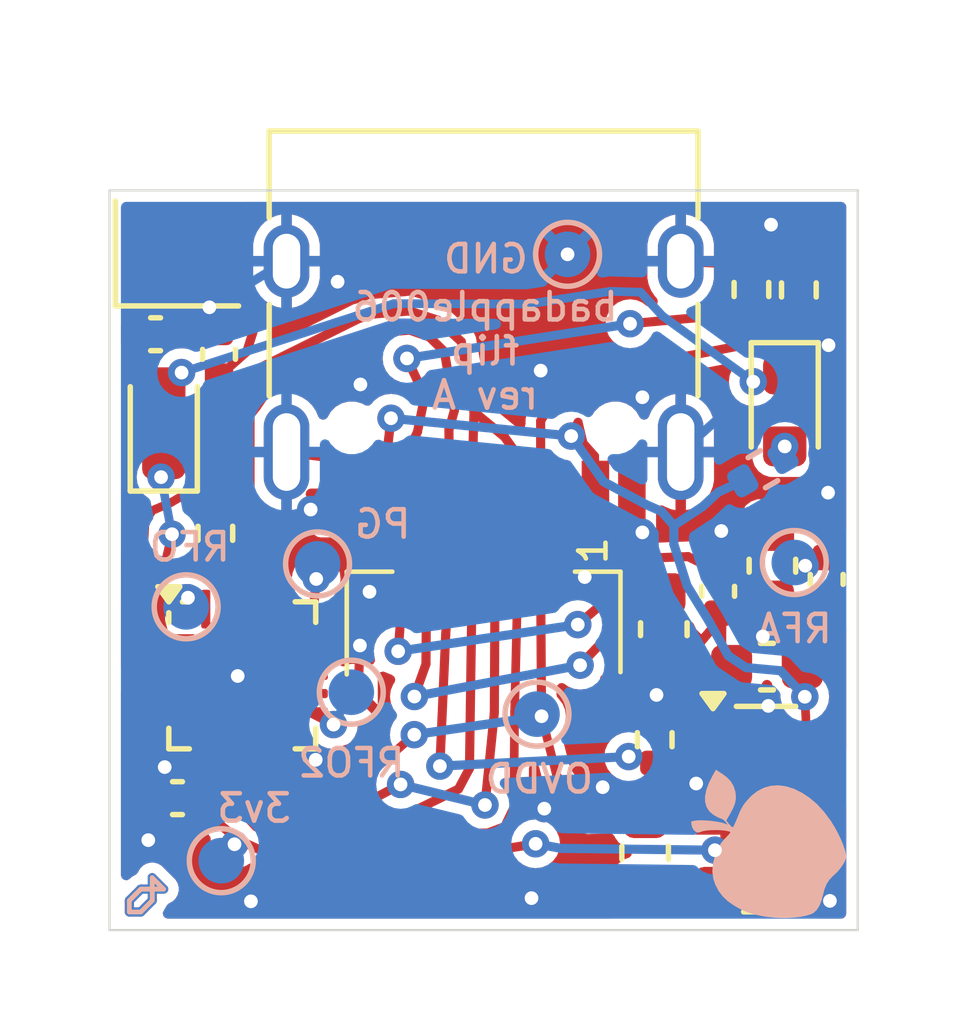
<source format=kicad_pcb>
(kicad_pcb (version 20240108) (generator "pcbnew") (generator_version "8.0")
  (layers (0 "F.Cu" signal) (31 "B.Cu" signal) (34 "B.Paste" user) (35 "F.Paste" user) (36 "B.SilkS" user "B.Silkscreen") (37 "F.SilkS" user "F.Silkscreen") (38 "B.Mask" user) (39 "F.Mask" user) (44 "Edge.Cuts" user))
  (net 0 "")
  (net 1 "Net-(J1-Pin_2)")
  (net 2 "GND")
  (net 3 "Net-(J1-Pin_1)")
  (net 4 "VDD")
  (net 5 "OVDD")
  (net 6 "RES")
  (net 7 "SCL")
  (net 8 "SDA")
  (net 9 "Net-(J1-Pin_3)")
  (net 10 "VBUS")
  (net 11 "Net-(J2-CC1)")
  (net 12 "D+")
  (net 13 "D-")
  (net 15 "Net-(J2-CC2)")
  (net 17 "DPU")
  (net 18 "Net-(D1-A)")
  (net 20 "RFO2")
  (net 23 "Net-(U1-PA2{slash}T1{slash}T2{slash}U2TX_{slash}OPP0{slash}X0A0)")
  (net 24 "Net-(U1-PA1{slash}T1{slash}T2{slash}OPN0{slash}XI{slash}A1)")
  (net 25 "SWIO")
  (net 26 "RFO")
  (net 27 "Net-(J7-Pin_1)")
  (net 28 "REDCOLOR")
  (net 29 "Net-(D2-A)")
  (footprint "Package_TO_SOT_SMD:SOT-23" (layer "F.Cu") (at 84.39 92.86)
    (property "Reference" "U2" (hide yes))
    (property "Value" "XC6206P332")
    (pad "1" smd roundrect (at -0.9375 -0.95) (size 1.475 0.6) (layers "F.Cu" "F.Paste" "F.Mask") (net 2 "GND"))
    (pad "2" smd roundrect (at -0.9375 0.95) (size 1.475 0.6) (layers "F.Cu" "F.Paste" "F.Mask") (net 4 "VDD"))
    (pad "3" smd roundrect (at 0.9375 0) (size 1.475 0.6) (layers "F.Cu" "F.Paste" "F.Mask") (net 10 "VBUS"))
  )
  (footprint "Crystal:Crystal_SMD_2016-4Pin_2.0x1.6mm" (layer "F.Cu") (at 71.48 81.38)
    (property "Reference" "Y1" (hide yes))
    (property "Value" "24MHz")
    (pad "1" smd rect (at -0.7 0.55) (size 0.9 0.8) (layers "F.Cu" "F.Paste" "F.Mask") (net 23 "Net-(U1-PA2{slash}T1{slash}T2{slash}U2TX_{slash}OPP0{slash}X0A0)"))
    (pad "2" smd rect (at 0.7 0.55) (size 0.9 0.8) (layers "F.Cu" "F.Paste" "F.Mask") (net 2 "GND"))
    (pad "3" smd rect (at 0.7 -0.55) (size 0.9 0.8) (layers "F.Cu" "F.Paste" "F.Mask") (net 24 "Net-(U1-PA1{slash}T1{slash}T2{slash}OPN0{slash}XI{slash}A1)"))
    (pad "4" smd rect (at -0.7 -0.55) (size 0.9 0.8) (layers "F.Cu" "F.Paste" "F.Mask") (net 2 "GND"))
  )
  (footprint "Resistor_SMD:R_0402_1005Metric" (layer "F.Cu") (at 72.32 87.51 90)
    (property "Reference" "R4" (hide yes))
    (property "Value" "1.5k")
    (pad "1" smd roundrect (at -0.51 0 90) (size 0.54 0.64) (layers "F.Cu" "F.Paste" "F.Mask") (net 17 "DPU"))
    (pad "2" smd roundrect (at 0.51 0 90) (size 0.54 0.64) (layers "F.Cu" "F.Paste" "F.Mask") (net 13 "D-"))
  )
  (footprint "Capacitor_SMD:C_0402_1005Metric" (layer "F.Cu") (at 85.72 88.52 -90)
    (property "Reference" "C8" (hide yes))
    (property "Value" "100n")
    (pad "1" smd roundrect (at -0.48 0 270) (size 0.56 0.62) (layers "F.Cu" "F.Paste" "F.Mask") (net 27 "Net-(J7-Pin_1)"))
    (pad "2" smd roundrect (at 0.48 0 270) (size 0.56 0.62) (layers "F.Cu" "F.Paste" "F.Mask") (net 2 "GND"))
  )
  (footprint "LED_SMD:LED_0603_1608Metric" (layer "F.Cu") (at 71.19 85.100001 90)
    (property "Reference" "D1" (hide yes))
    (property "Value" "LED")
    (pad "1" smd roundrect (at -0.7875 0 90) (size 0.875 0.95) (layers "F.Cu" "F.Paste" "F.Mask") (net 28 "REDCOLOR"))
    (pad "2" smd roundrect (at 0.7875 0 90) (size 0.875 0.95) (layers "F.Cu" "F.Paste" "F.Mask") (net 18 "Net-(D1-A)"))
  )
  (footprint "Capacitor_SMD:C_0603_1608Metric" (layer "F.Cu") (at 84.41 90.43 180)
    (property "Reference" "C6" (hide yes))
    (property "Value" "2.2u16v")
    (pad "1" smd roundrect (at -0.775 0 180) (size 0.9 0.95) (layers "F.Cu" "F.Paste" "F.Mask") (net 10 "VBUS"))
    (pad "2" smd roundrect (at 0.775 0 180) (size 0.9 0.95) (layers "F.Cu" "F.Paste" "F.Mask") (net 2 "GND"))
  )
  (footprint "Resistor_SMD:R_0402_1005Metric" (layer "F.Cu") (at 81.95 92.03 90)
    (property "Reference" "R1" (hide yes))
    (property "Value" "390k")
    (pad "1" smd roundrect (at -0.51 0 90) (size 0.54 0.64) (layers "F.Cu" "F.Paste" "F.Mask") (net 9 "Net-(J1-Pin_3)"))
    (pad "2" smd roundrect (at 0.51 0 90) (size 0.54 0.64) (layers "F.Cu" "F.Paste" "F.Mask") (net 2 "GND"))
  )
  (footprint "Capacitor_SMD:C_0402_1005Metric" (layer "F.Cu") (at 83.34 88.78 -90)
    (property "Reference" "C3" (hide yes))
    (property "Value" "100n")
    (pad "1" smd roundrect (at -0.48 0 270) (size 0.56 0.62) (layers "F.Cu" "F.Paste" "F.Mask") (net 3 "Net-(J1-Pin_1)"))
    (pad "2" smd roundrect (at 0.48 0 270) (size 0.56 0.62) (layers "F.Cu" "F.Paste" "F.Mask") (net 2 "GND"))
  )
  (footprint "LED_SMD:LED_0603_1608Metric" (layer "F.Cu") (at 84.8 84.82 -90)
    (property "Reference" "D2" (hide yes))
    (property "Value" "LED")
    (pad "1" smd roundrect (at -0.7875 0 270) (size 0.875 0.95) (layers "F.Cu" "F.Paste" "F.Mask") (net 18 "Net-(D1-A)"))
    (pad "2" smd roundrect (at 0.7875 0 270) (size 0.875 0.95) (layers "F.Cu" "F.Paste" "F.Mask") (net 29 "Net-(D2-A)"))
  )
  (footprint "fpc:AFC42-S08FMA-1H" (layer "F.Cu") (at 78.2 88.5)
    (property "Reference" "J1" (hide yes))
    (property "Value" "OLED")
    (pad "1" smd roundrect (at -1.75 0 180) (size 0.3 0.8) (layers "F.Cu" "F.Paste" "F.Mask") (net 3 "Net-(J1-Pin_1)"))
    (pad "2" smd roundrect (at -1.25 0 180) (size 0.3 0.8) (layers "F.Cu" "F.Paste" "F.Mask") (net 1 "Net-(J1-Pin_2)"))
    (pad "3" smd roundrect (at -0.75 0 180) (size 0.3 0.8) (layers "F.Cu" "F.Paste" "F.Mask") (net 9 "Net-(J1-Pin_3)"))
    (pad "4" smd roundrect (at -0.25 0 180) (size 0.3 0.8) (layers "F.Cu" "F.Paste" "F.Mask") (net 8 "SDA"))
    (pad "5" smd roundrect (at 0.25 0 180) (size 0.3 0.8) (layers "F.Cu" "F.Paste" "F.Mask") (net 7 "SCL"))
    (pad "6" smd roundrect (at 0.75 0 180) (size 0.3 0.8) (layers "F.Cu" "F.Paste" "F.Mask") (net 6 "RES"))
    (pad "7" smd roundrect (at 1.25 0 180) (size 0.3 0.8) (layers "F.Cu" "F.Paste" "F.Mask") (net 5 "OVDD"))
    (pad "8" smd roundrect (at 1.75 0 180) (size 0.3 0.8) (layers "F.Cu" "F.Paste" "F.Mask") (net 2 "GND"))
    (pad "9" smd roundrect (at -2.75 2.5 180) (size 0.4 0.8) (layers "F.Cu" "F.Paste" "F.Mask") (net 2 "GND"))
    (pad "10" smd roundrect (at 2.75 2.5 180) (size 0.4 0.8) (layers "F.Cu" "F.Paste" "F.Mask") (net 2 "GND"))
  )
  (footprint "Capacitor_SMD:C_0402_1005Metric" (layer "F.Cu") (at 72.4 83.59 -90)
    (property "Reference" "C10" (hide yes))
    (property "Value" "2.2p")
    (pad "1" smd roundrect (at -0.48 0 270) (size 0.56 0.62) (layers "F.Cu" "F.Paste" "F.Mask") (net 2 "GND"))
    (pad "2" smd roundrect (at 0.48 0 270) (size 0.56 0.62) (layers "F.Cu" "F.Paste" "F.Mask") (net 24 "Net-(U1-PA1{slash}T1{slash}T2{slash}OPN0{slash}XI{slash}A1)"))
  )
  (footprint "Capacitor_SMD:C_0603_1608Metric" (layer "F.Cu") (at 84.04 95.29)
    (property "Reference" "C4" (hide yes))
    (property "Value" "2.2u16v")
    (pad "1" smd roundrect (at -0.775 0) (size 0.9 0.95) (layers "F.Cu" "F.Paste" "F.Mask") (net 4 "VDD"))
    (pad "2" smd roundrect (at 0.775 0) (size 0.9 0.95) (layers "F.Cu" "F.Paste" "F.Mask") (net 2 "GND"))
  )
  (footprint "Capacitor_SMD:C_0402_1005Metric" (layer "F.Cu") (at 71.49 93.31 180)
    (property "Reference" "C7" (hide yes))
    (property "Value" "100n" (hide yes))
    (pad "1" smd roundrect (at -0.48 0 180) (size 0.56 0.62) (layers "F.Cu" "F.Paste" "F.Mask") (net 4 "VDD"))
    (pad "2" smd roundrect (at 0.48 0 180) (size 0.56 0.62) (layers "F.Cu" "F.Paste" "F.Mask") (net 2 "GND"))
  )
  (footprint "Connector_USB:USB_C_Receptacle_HRO_TYPE-C-31-M-12" (layer "F.Cu") (at 78.2 82.6 180)
    (property "Reference" "J2" (hide yes))
    (property "Value" "USB_C_Receptacle_USB2.0")
    (pad "" np_thru_hole circle (at -2.89 -2.6 180) (size 0.65 0.65) (drill 0.65) (layers "*.Cu" "*.Mask"))
    (pad "" np_thru_hole circle (at 2.89 -2.6 180) (size 0.65 0.65) (drill 0.65) (layers "*.Cu" "*.Mask"))
    (pad "A1" smd rect (at -3.25 -4.045 180) (size 0.6 1.45) (layers "F.Cu" "F.Paste" "F.Mask") (net 2 "GND"))
    (pad "A4" smd rect (at -2.45 -4.045 180) (size 0.6 1.45) (layers "F.Cu" "F.Paste" "F.Mask") (net 10 "VBUS"))
    (pad "A5" smd rect (at -1.25 -4.045 180) (size 0.3 1.45) (layers "F.Cu" "F.Paste" "F.Mask") (net 11 "Net-(J2-CC1)"))
    (pad "A6" smd rect (at -0.25 -4.045 180) (size 0.3 1.45) (layers "F.Cu" "F.Paste" "F.Mask") (net 12 "D+"))
    (pad "A7" smd rect (at 0.25 -4.045 180) (size 0.3 1.45) (layers "F.Cu" "F.Paste" "F.Mask") (net 13 "D-"))
    (pad "A8" smd rect (at 1.25 -4.045 180) (size 0.3 1.45) (layers "F.Cu" "F.Paste" "F.Mask"))
    (pad "A9" smd rect (at 2.45 -4.045 180) (size 0.6 1.45) (layers "F.Cu" "F.Paste" "F.Mask") (net 10 "VBUS"))
    (pad "A12" smd rect (at 3.25 -4.045 180) (size 0.6 1.45) (layers "F.Cu" "F.Paste" "F.Mask") (net 2 "GND"))
    (pad "B1" smd rect (at 3.25 -4.045 180) (size 0.6 1.45) (layers "F.Cu" "F.Paste" "F.Mask") (net 2 "GND"))
    (pad "B4" smd rect (at 2.45 -4.045 180) (size 0.6 1.45) (layers "F.Cu" "F.Paste" "F.Mask") (net 10 "VBUS"))
    (pad "B5" smd rect (at 1.75 -4.045 180) (size 0.3 1.45) (layers "F.Cu" "F.Paste" "F.Mask") (net 15 "Net-(J2-CC2)"))
    (pad "B6" smd rect (at 0.75 -4.045 180) (size 0.3 1.45) (layers "F.Cu" "F.Paste" "F.Mask") (net 12 "D+"))
    (pad "B7" smd rect (at -0.75 -4.045 180) (size 0.3 1.45) (layers "F.Cu" "F.Paste" "F.Mask") (net 13 "D-"))
    (pad "B8" smd rect (at -1.75 -4.045 180) (size 0.3 1.45) (layers "F.Cu" "F.Paste" "F.Mask"))
    (pad "B9" smd rect (at -2.45 -4.045 180) (size 0.6 1.45) (layers "F.Cu" "F.Paste" "F.Mask") (net 10 "VBUS"))
    (pad "B12" smd rect (at -3.25 -4.045 180) (size 0.6 1.45) (layers "F.Cu" "F.Paste" "F.Mask") (net 2 "GND"))
    (pad "S1" thru_hole oval (at -4.32 -3.13 180) (size 1 2.1) (drill oval 0.6 1.7) (layers "*.Cu" "*.Mask") (net 2 "GND"))
    (pad "S1" thru_hole oval (at -4.32 1.05 180) (size 1 1.6) (drill oval 0.6 1.2) (layers "*.Cu" "*.Mask") (net 2 "GND"))
    (pad "S1" thru_hole oval (at 4.32 -3.13 180) (size 1 2.1) (drill oval 0.6 1.7) (layers "*.Cu" "*.Mask") (net 2 "GND"))
    (pad "S1" thru_hole oval (at 4.32 1.05 180) (size 1 1.6) (drill oval 0.6 1.2) (layers "*.Cu" "*.Mask") (net 2 "GND"))
  )
  (footprint "Capacitor_SMD:C_0603_1608Metric" (layer "F.Cu") (at 82.15 89.61 -90)
    (property "Reference" "C1" (hide yes))
    (property "Value" "2.2u16v")
    (pad "1" smd roundrect (at -0.775 0 270) (size 0.9 0.95) (layers "F.Cu" "F.Paste" "F.Mask") (net 1 "Net-(J1-Pin_2)"))
    (pad "2" smd roundrect (at 0.775 0 270) (size 0.9 0.95) (layers "F.Cu" "F.Paste" "F.Mask") (net 2 "GND"))
  )
  (footprint "Resistor_SMD:R_0402_1005Metric" (layer "F.Cu") (at 85.11 82.18 90)
    (property "Reference" "R2" (hide yes))
    (property "Value" "5.1k")
    (pad "1" smd roundrect (at -0.51 0 90) (size 0.54 0.64) (layers "F.Cu" "F.Paste" "F.Mask") (net 11 "Net-(J2-CC1)"))
    (pad "2" smd roundrect (at 0.51 0 90) (size 0.54 0.64) (layers "F.Cu" "F.Paste" "F.Mask") (net 2 "GND"))
  )
  (footprint "Capacitor_SMD:C_0603_1608Metric" (layer "F.Cu") (at 84.53 88.22 -90)
    (property "Reference" "C2" (hide yes))
    (property "Value" "2.2u16v")
    (pad "1" smd roundrect (at -0.775 0 270) (size 0.9 0.95) (layers "F.Cu" "F.Paste" "F.Mask") (net 3 "Net-(J1-Pin_1)"))
    (pad "2" smd roundrect (at 0.775 0 270) (size 0.9 0.95) (layers "F.Cu" "F.Paste" "F.Mask") (net 2 "GND"))
  )
  (footprint "Resistor_SMD:R_0402_1005Metric" (layer "F.Cu") (at 84.07 82.17 90)
    (property "Reference" "R3" (hide yes))
    (property "Value" "5.1k")
    (pad "1" smd roundrect (at -0.51 0 90) (size 0.54 0.64) (layers "F.Cu" "F.Paste" "F.Mask") (net 15 "Net-(J2-CC2)"))
    (pad "2" smd roundrect (at 0.51 0 90) (size 0.54 0.64) (layers "F.Cu" "F.Paste" "F.Mask") (net 2 "GND"))
  )
  (footprint "Package_DFN_QFN:QFN-20-1EP_3x3mm_P0.4mm_EP1.65x1.65mm" (layer "F.Cu") (at 72.91 90.62)
    (property "Reference" "U1" (hide yes))
    (property "Value" "CH32V006F8U6" (hide yes))
    (pad "1" smd roundrect (at -1.45 -0.8) (size 0.85 0.2) (layers "F.Cu" "F.Paste" "F.Mask") (net 28 "REDCOLOR"))
    (pad "2" smd roundrect (at -1.45 -0.4) (size 0.85 0.2) (layers "F.Cu" "F.Paste" "F.Mask") (net 24 "Net-(U1-PA1{slash}T1{slash}T2{slash}OPN0{slash}XI{slash}A1)"))
    (pad "3" smd roundrect (at -1.45 0) (size 0.85 0.2) (layers "F.Cu" "F.Paste" "F.Mask") (net 23 "Net-(U1-PA2{slash}T1{slash}T2{slash}U2TX_{slash}OPP0{slash}X0A0)"))
    (pad "4" smd roundrect (at -1.45 0.4) (size 0.85 0.2) (layers "F.Cu" "F.Paste" "F.Mask") (net 2 "GND"))
    (pad "5" smd roundrect (at -1.45 0.8) (size 0.85 0.2) (layers "F.Cu" "F.Paste" "F.Mask"))
    (pad "6" smd roundrect (at -0.8 1.45) (size 0.2 0.85) (layers "F.Cu" "F.Paste" "F.Mask") (net 4 "VDD"))
    (pad "7" smd roundrect (at -0.4 1.45) (size 0.2 0.85) (layers "F.Cu" "F.Paste" "F.Mask") (net 6 "RES"))
    (pad "8" smd roundrect (at 0 1.45) (size 0.2 0.85) (layers "F.Cu" "F.Paste" "F.Mask") (net 8 "SDA"))
    (pad "9" smd roundrect (at 0.4 1.45) (size 0.2 0.85) (layers "F.Cu" "F.Paste" "F.Mask") (net 7 "SCL"))
    (pad "10" smd roundrect (at 0.8 1.45) (size 0.2 0.85) (layers "F.Cu" "F.Paste" "F.Mask") (net 5 "OVDD"))
    (pad "11" smd roundrect (at 1.45 0.8) (size 0.85 0.2) (layers "F.Cu" "F.Paste" "F.Mask") (net 20 "RFO2"))
    (pad "12" smd roundrect (at 1.45 0.4) (size 0.85 0.2) (layers "F.Cu" "F.Paste" "F.Mask") (net 20 "RFO2"))
    (pad "13" smd roundrect (at 1.45 0) (size 0.85 0.2) (layers "F.Cu" "F.Paste" "F.Mask") (net 20 "RFO2"))
    (pad "14" smd roundrect (at 1.45 -0.4) (size 0.85 0.2) (layers "F.Cu" "F.Paste" "F.Mask"))
    (pad "15" smd roundrect (at 1.45 -0.8) (size 0.85 0.2) (layers "F.Cu" "F.Paste" "F.Mask") (net 25 "SWIO"))
    (pad "16" smd roundrect (at 0.8 -1.45) (size 0.2 0.85) (layers "F.Cu" "F.Paste" "F.Mask"))
    (pad "17" smd roundrect (at 0.4 -1.45) (size 0.2 0.85) (layers "F.Cu" "F.Paste" "F.Mask") (net 12 "D+"))
    (pad "18" smd roundrect (at 0 -1.45) (size 0.2 0.85) (layers "F.Cu" "F.Paste" "F.Mask") (net 13 "D-"))
    (pad "19" smd roundrect (at -0.4 -1.45) (size 0.2 0.85) (layers "F.Cu" "F.Paste" "F.Mask") (net 17 "DPU"))
    (pad "20" smd roundrect (at -0.8 -1.45) (size 0.2 0.85) (layers "F.Cu" "F.Paste" "F.Mask") (net 26 "RFO"))
    (pad "21" smd rect (at 0 0) (size 1.65 1.65) (property pad_prop_heatsink) (layers "F.Cu" "F.Mask") (net 2 "GND"))
  )
  (footprint "Capacitor_SMD:C_0402_1005Metric" (layer "F.Cu") (at 71.01 83.15 180)
    (property "Reference" "C9" (hide yes))
    (property "Value" "2.2p")
    (pad "1" smd roundrect (at -0.48 0 180) (size 0.56 0.62) (layers "F.Cu" "F.Paste" "F.Mask") (net 2 "GND"))
    (pad "2" smd roundrect (at 0.48 0 180) (size 0.56 0.62) (layers "F.Cu" "F.Paste" "F.Mask") (net 23 "Net-(U1-PA2{slash}T1{slash}T2{slash}U2TX_{slash}OPP0{slash}X0A0)"))
  )
  (footprint "Capacitor_SMD:C_0603_1608Metric" (layer "F.Cu") (at 81.74 94.51 -90)
    (property "Reference" "C5" (hide yes))
    (property "Value" "2.2u16v")
    (pad "1" smd roundrect (at -0.775 0 270) (size 0.9 0.95) (layers "F.Cu" "F.Paste" "F.Mask") (net 5 "OVDD"))
    (pad "2" smd roundrect (at 0.775 0 270) (size 0.9 0.95) (layers "F.Cu" "F.Paste" "F.Mask") (net 2 "GND"))
  )
  (footprint "TestPoint:TestPoint_Pad_D1.0mm" (layer "B.Cu") (at 74.56 88.18 180)
    (property "Reference" "J3" (hide yes))
    (property "Value" "PG" (at -1.43 0.87 0) (layer "B.SilkS") (effects (font (size 0.6 0.6) (thickness 0.1) (bold yes)) (justify mirror)))
    (pad "1" smd circle (at 0 0 180) (size 1 1) (layers "B.Cu" "B.Mask") (net 25 "SWIO"))
  )
  (footprint "TestPoint:TestPoint_Pad_D1.0mm" (layer "B.Cu") (at 71.68 89.12 180)
    (property "Reference" "J6" (hide yes))
    (property "Value" "RFO" (at -0.08 1.31 0) (layer "B.SilkS") (effects (font (size 0.6 0.6) (thickness 0.1) (bold yes)) (justify mirror)))
    (pad "1" smd circle (at 0 0 180) (size 1 1) (layers "B.Cu" "B.Mask") (net 26 "RFO"))
  )
  (footprint "Resistor_SMD:R_0402_1005Metric" (layer "B.Cu") (at 84.321673 86.105 30)
    (property "Reference" "R5" (hide yes))
    (property "Value" "J" (hide yes))
    (pad "1" smd roundrect (at -0.51 0 30) (size 0.54 0.64) (layers "B.Cu" "B.Paste" "B.Mask") (net 10 "VBUS"))
    (pad "2" smd roundrect (at 0.51 0 30) (size 0.54 0.64) (layers "B.Cu" "B.Paste" "B.Mask") (net 29 "Net-(D2-A)"))
  )
  (footprint "TestPoint:TestPoint_Pad_D1.0mm" (layer "B.Cu") (at 72.45 94.68 180)
    (property "Reference" "J4" (hide yes))
    (property "Value" "3v3" (at -0.72 1.15 0) (layer "B.SilkS") (effects (font (size 0.6 0.6) (thickness 0.1) (bold yes)) (justify mirror)))
    (pad "1" smd circle (at 0 0 180) (size 1 1) (layers "B.Cu" "B.Mask") (net 4 "VDD"))
  )
  (footprint "TestPoint:TestPoint_Pad_D1.0mm" (layer "B.Cu") (at 85.01 88.15 180)
    (property "Reference" "J7" (hide yes))
    (property "Value" "RFA" (at 0 -1.45 0) (layer "B.SilkS") (effects (font (size 0.6 0.6) (thickness 0.1) (bold yes)) (justify mirror)))
    (pad "1" smd circle (at 0 0 180) (size 1 1) (layers "B.Cu" "B.Mask") (net 27 "Net-(J7-Pin_1)"))
  )
  (footprint "TestPoint:TestPoint_Pad_D1.0mm" (layer "B.Cu") (at 75.3 90.99 180)
    (property "Reference" "J9" (hide yes))
    (property "Value" "RFO2" (at 0 -1.55 0) (layer "B.SilkS") (effects (font (size 0.6 0.6) (thickness 0.1) (bold yes)) (justify mirror)))
    (pad "1" smd circle (at 0 0 180) (size 1 1) (layers "B.Cu" "B.Mask") (net 20 "RFO2"))
  )
  (footprint "TestPoint:TestPoint_Pad_D1.0mm" (layer "B.Cu") (at 80.04 81.4 180)
    (property "Reference" "J5" (hide yes))
    (property "Value" "GND" (at 1.79 -0.1 180) (layer "B.SilkS") (effects (font (size 0.6 0.6) (thickness 0.1) (bold yes)) (justify mirror)))
    (pad "1" smd circle (at 0 0 180) (size 1 1) (layers "B.Cu" "B.Mask") (net 2 "GND"))
  )
  (footprint "artwork:apple" (layer "B.Cu") (at 84.32004 94.362102 -120)
    (property "Reference" "J8" (hide yes))
    (property "Value" "APPLE" (hide yes))
  )
  (footprint "TestPoint:TestPoint_Pad_D1.0mm" (layer "B.Cu") (at 79.37 91.47 180)
    (property "Reference" "J10" (hide yes))
    (property "Value" "OVDD" (at -0.05 -1.42 0) (layer "B.SilkS") (effects (font (size 0.6 0.6) (thickness 0.1) (bold yes)) (justify mirror)))
    (pad "1" smd circle (at 0 0 180) (size 1 1) (layers "B.Cu" "B.Mask") (net 5 "OVDD"))
  )
  (gr_line (start 70.686199 95.3028) (end 70.436199 95.5528) (stroke (width 0.1)) (layer "B.SilkS"))
  (gr_line (start 70.936199 95.5528) (end 70.936199 95.0528) (stroke (width 0.1)) (layer "B.SilkS"))
  (gr_line (start 70.936199 95.0528) (end 71.186199 95.3028) (stroke (width 0.1)) (layer "B.SilkS"))
  (gr_line (start 70.686199 95.8028) (end 70.936199 95.5528) (stroke (width 0.1)) (layer "B.SilkS"))
  (gr_line (start 70.436199 95.8028) (end 70.686199 95.8028) (stroke (width 0.1)) (layer "B.SilkS"))
  (gr_line (start 71.186199 95.3028) (end 70.686199 95.3028) (stroke (width 0.1)) (layer "B.SilkS"))
  (gr_line (start 70.436199 95.5528) (end 70.436199 95.8028) (stroke (width 0.1)) (layer "B.SilkS"))
  (gr_line (start 71.186199 95.3028) (end 70.686199 95.3028) (stroke (width 0.1)) (layer "F.SilkS"))
  (gr_line (start 70.936199 95.0528) (end 71.186199 95.3028) (stroke (width 0.1)) (layer "F.SilkS"))
  (gr_line (start 70.686199 95.8028) (end 70.936199 95.5528) (stroke (width 0.1)) (layer "F.SilkS"))
  (gr_line (start 70.436199 95.8028) (end 70.686199 95.8028) (stroke (width 0.1)) (layer "F.SilkS"))
  (gr_line (start 70.936199 95.5528) (end 70.936199 95.0528) (stroke (width 0.1)) (layer "F.SilkS"))
  (gr_line (start 70.686199 95.3028) (end 70.436199 95.5528) (stroke (width 0.1)) (layer "F.SilkS"))
  (gr_line (start 70.436199 95.5528) (end 70.436199 95.8028) (stroke (width 0.1)) (layer "F.SilkS"))
  (gr_line (start 86.4 80) (end 86.4 96.2) (stroke (width 0.05)) (layer "Edge.Cuts"))
  (gr_line (start 70 96.2) (end 70 80) (stroke (width 0.05)) (layer "Edge.Cuts"))
  (gr_line (start 70 80) (end 86.4 80) (stroke (width 0.05)) (layer "Edge.Cuts"))
  (gr_line (start 86.4 96.2) (end 70 96.2) (stroke (width 0.05)) (layer "Edge.Cuts"))
  (gr_text "badapple006\nflip\nrev A" (at 78.232 84.836 0) (layer "B.SilkS") (effects (font (size 0.6 0.6) (thickness 0.1)) (justify bottom mirror)))
  (gr_text "1" (at 80.9498 88.2396 90) (layer "F.SilkS") (effects (font (size 0.6 0.6) (thickness 0.1) (bold yes)) (justify left bottom)))
  (segment (start 70.936198 95.552801) (end 70.936199 95.0528) (width 0.2) (layer "F.Cu") (net 0))
  (segment (start 70.686198 95.802799) (end 70.936198 95.552801) (width 0.2) (layer "F.Cu") (net 0))
  (segment (start 70.436201 95.8028) (end 70.4362 95.552799) (width 0.2) (layer "F.Cu") (net 0))
  (segment (start 70.436201 95.8028) (end 70.686198 95.802799) (width 0.2) (layer "F.Cu") (net 0))
  (segment (start 70.936199 95.0528) (end 71.186199 95.3028) (width 0.2) (layer "F.Cu") (net 0))
  (segment (start 71.186199 95.3028) (end 70.6862 95.302801) (width 0.2) (layer "F.Cu") (net 0))
  (segment (start 70.6862 95.302801) (end 70.4362 95.552799) (width 0.2) (layer "F.Cu") (net 0))
  (segment (start 70.686199 95.3028) (end 71.186199 95.3028) (width 0.2) (layer "B.Cu") (net 0))
  (segment (start 70.436199 95.8028) (end 70.686199 95.8028) (width 0.2) (layer "B.Cu") (net 0))
  (segment (start 70.436199 95.8028) (end 70.436199 95.5528) (width 0.2) (layer "B.Cu") (net 0))
  (segment (start 71.186199 95.3028) (end 70.936199 95.0528) (width 0.2) (layer "B.Cu") (net 0))
  (segment (start 70.436199 95.5528) (end 70.686199 95.3028) (width 0.2) (layer "B.Cu") (net 0))
  (segment (start 70.936199 95.5528) (end 70.686199 95.8028) (width 0.2) (layer "B.Cu") (net 0))
  (segment (start 70.936199 95.0528) (end 70.936199 95.5528) (width 0.2) (layer "B.Cu") (net 0))
  (segment (start 81.99 88.7) (end 80.8228 89.8652) (width 0.2) (layer "F.Cu") (net 1))
  (segment (start 80.8228 89.8652) (end 80.3148 90.3986) (width 0.2) (layer "F.Cu") (net 1))
  (segment (start 76.9366 90.3732) (end 76.6826 91.0844) (width 0.2) (layer "F.Cu") (net 1))
  (segment (start 76.9366 90.3732) (end 76.95 88.5) (width 0.2) (layer "F.Cu") (net 1))
  (via (at 80.3148 90.3986) (size 0.6) (drill 0.3) (layers "F.Cu" "B.Cu") (net 1))
  (via (at 76.6826 91.0844) (size 0.6) (drill 0.3) (layers "F.Cu" "B.Cu") (net 1))
  (segment (start 80.3148 90.3986) (end 76.6826 91.0844) (width 0.2) (layer "B.Cu") (net 1))
  (segment (start 83.42 89.34) (end 83.415 90.6) (width 0.2) (layer "F.Cu") (net 2))
  (segment (start 84.125 92.83) (end 83.47 91.84) (width 0.2) (layer "F.Cu") (net 2))
  (segment (start 71.56 81.51) (end 72.18 81.93) (width 0.19) (layer "F.Cu") (net 2))
  (segment (start 84.495 95.07) (end 84.57 93.71) (width 0.2) (layer "F.Cu") (net 2))
  (segment (start 80.54 91.42) (end 80.58 92.45) (width 0.2) (layer "F.Cu") (net 2))
  (segment (start 81.45 86.645) (end 81.68 87.49) (width 0.2) (layer "F.Cu") (net 2))
  (segment (start 84.57 93.71) (end 84.47 93.38) (width 0.2) (layer "F.Cu") (net 2))
  (segment (start 84.16 93.01) (end 84.125 92.83) (width 0.2) (layer "F.Cu") (net 2))
  (segment (start 82.15 90.385) (end 80.95 91) (width 0.2) (layer "F.Cu") (net 2))
  (segment (start 75.56 92.11) (end 74.52 92.47) (width 0.19) (layer "F.Cu") (net 2))
  (segment (start 80.95 91) (end 81.95 91.52) (width 0.2) (layer "F.Cu") (net 2))
  (segment (start 72.15 82.17) (end 72.19 82.56) (width 0.2) (layer "F.Cu") (net 2))
  (segment (start 81.45 85.81) (end 81.64 85.72) (width 0.2) (layer "F.Cu") (net 2))
  (segment (start 81.45 86.645) (end 81.45 85.81) (width 0.2) (layer "F.Cu") (net 2))
  (segment (start 81.95 91.52) (end 83.47 91.84) (width 0.2) (layer "F.Cu") (net 2))
  (segment (start 75.45 91) (end 75.4888 89.9668) (width 0.2) (layer "F.Cu") (net 2))
  (segment (start 84.319999 81.65) (end 82.52 81.55) (width 0.2) (layer "F.Cu") (net 2))
  (segment (start 71.44 91.025) (end 72.49 91.025) (width 0.2) (layer "F.Cu") (net 2))
  (segment (start 81.64 85.72) (end 82.52 85.73) (width 0.2) (layer "F.Cu") (net 2))
  (segment (start 80.58 92.45) (end 80.81 93.07) (width 0.2) (layer "F.Cu") (net 2))
  (segment (start 80.95 91) (end 80.54 91.42) (width 0.2) (layer "F.Cu") (net 2))
  (segment (start 74.79 85.85) (end 73.88 85.73) (width 0.2) (layer "F.Cu") (net 2))
  (segment (start 83.415 90.6) (end 84.32 89.77) (width 0.2) (layer "F.Cu") (net 2))
  (segment (start 81.99 91.05) (end 82.15 90.385) (width 0.2) (layer "F.Cu") (net 2))
  (segment (start 71.21 92.63) (end 71.21 93.29) (width 0.2) (layer "F.Cu") (net 2))
  (segment (start 74.95 86.645) (end 74.79 85.85) (width 0.2) (layer "F.Cu") (net 2))
  (segment (start 81.99 91.05) (end 83.42 89.34) (width 0.2) (layer "F.Cu") (net 2))
  (segment (start 83.47 91.84) (end 83.415 90.6) (width 0.2) (layer "F.Cu") (net 2))
  (segment (start 75.4888 89.9668) (end 75.698848 88.791152) (width 0.2) (layer "F.Cu") (net 2))
  (segment (start 84.32 89.77) (end 84.35 89.065) (width 0.2) (layer "F.Cu") (net 2))
  (segment (start 84.47 93.38) (end 84.16 93.01) (width 0.2) (layer "F.Cu") (net 2))
  (segment (start 71.44 81.32) (end 71.56 81.51) (width 0.19) (layer "F.Cu") (net 2))
  (segment (start 85.51 81.68) (end 84.319999 81.65) (width 0.2) (layer "F.Cu") (net 2))
  (segment (start 70.78 80.83) (end 71.44 81.32) (width 0.19) (layer "F.Cu") (net 2))
  (via (at 71.21 92.63) (size 0.6) (drill 0.3) (layers "F.Cu" "B.Cu") (net 2))
  (via (at 84.44 91.29) (size 0.6) (drill 0.3) (layers "F.Cu" "B.Cu") (net 2))
  (via (at 74.52 92.47) (size 0.6) (drill 0.3) (layers "F.Cu" "B.Cu") (net 2))
  (via (at 79.53 93.54) (size 0.6) (drill 0.3) (layers "F.Cu" "B.Cu") (net 2))
  (via (at 79.25 95.5) (size 0.6) (drill 0.3) (layers "F.Cu" "B.Cu") (net 2))
  (via (at 81.99 91.05) (size 0.6) (drill 0.3) (layers "F.Cu" "B.Cu") (net 2))
  (via (at 84.5 80.75) (size 0.6) (drill 0.3) (layers "F.Cu" "B.Cu") (net 2))
  (via (at 85.75 86.62) (size 0.6) (drill 0.3) (layers "F.Cu" "B.Cu") (net 2))
  (via (at 80.04 81.4) (size 0.6) (drill 0.3) (layers "F.Cu" "B.Cu") (net 2))
  (via (at 70.85 94.23) (size 0.6) (drill 0.3) (layers "F.Cu" "B.Cu") (net 2))
  (via (at 81.68 84.53) (size 0.6) (drill 0.3) (layers "F.Cu" "B.Cu") (net 2))
  (via (at 75.5 84.25) (size 0.6) (drill 0.3) (layers "F.Cu" "B.Cu") (net 2))
  (via (at 73.1 95.57) (size 0.6) (drill 0.3) (layers "F.Cu" "B.Cu") (net 2))
  (via (at 80.81 93.07) (size 0.6) (drill 0.3) (layers "F.Cu" "B.Cu") (net 2))
  (via (at 83.41 87.46) (size 0.6) (drill 0.3) (layers "F.Cu" "B.Cu") (net 2))
  (via (at 74.41 86.99) (size 0.6) (drill 0.3) (layers "F.Cu" "B.Cu") (net 2))
  (via (at 75.698848 88.791152) (size 0.6) (drill 0.3) (layers "F.Cu" "B.Cu") (net 2))
  (via (at 84.32 89.77) (size 0.6) (drill 0.3) (layers "F.Cu" "B.Cu") (net 2))
  (via (at 85.79 95.56) (size 0.6) (drill 0.3) (layers "F.Cu" "B.Cu") (net 2))
  (via (at 80.4164 88.4682) (size 0.6) (drill 0.3) (layers "F.Cu" "B.Cu") (net 2))
  (via (at 72.81 90.635) (size 0.6) (drill 0.3) (layers "F.Cu" "B.Cu") (net 2))
  (via (at 75 82) (size 0.6) (drill 0.3) (layers "F.Cu" "B.Cu") (net 2))
  (via (at 79.4512 83.947) (size 0.6) (drill 0.3) (layers "F.Cu" "B.Cu") (net 2))
  (via (at 85.76 83.39) (size 0.6) (drill 0.3) (layers "F.Cu" "B.Cu") (net 2))
  (via (at 82.86 92.99) (size 0.6) (drill 0.3) (layers "F.Cu" "B.Cu") (net 2))
  (via (at 72.19 82.56) (size 0.6) (drill 0.3) (layers "F.Cu" "B.Cu") (net 2))
  (via (at 81.68 87.49) (size 0.6) (drill 0.3) (layers "F.Cu" "B.Cu") (net 2))
  (via (at 75.4888 89.9668) (size 0.6) (drill 0.3) (layers "F.Cu" "B.Cu") (net 2))
  (segment (start 72.19 82.56) (end 73.88 81.55) (width 0.2) (layer "B.Cu") (net 2))
  (segment (start 74.41 86.99) (end 75.23 87.22) (width 0.2) (layer "B.Cu") (net 2))
  (segment (start 72.81 90.635) (end 75.698848 88.791152) (width 0.2) (layer "B.Cu") (net 2))
  (segment (start 82.52 85.73) (end 83.48 84.88) (width 0.2) (layer "B.Cu") (net 2))
  (segment (start 80.4164 88.4682) (end 75.698848 88.791152) (width 0.2) (layer "B.Cu") (net 2))
  (segment (start 72.81 90.635) (end 71.21 92.63) (width 0.2) (layer "B.Cu") (net 2))
  (segment (start 75.23 87.22) (end 75.57 87.7) (width 0.2) (layer "B.Cu") (net 2))
  (segment (start 83.48 84.88) (end 85.35 84.85) (width 0.2) (layer "B.Cu") (net 2))
  (segment (start 85.35 84.85) (end 85.7 84.35) (width 0.2) (layer "B.Cu") (net 2))
  (segment (start 80.81 93.07) (end 81.98 93.35) (width 0.2) (layer "B.Cu") (net 2))
  (segment (start 75.57 87.7) (end 75.698848 88.791152) (width 0.2) (layer "B.Cu") (net 2))
  (segment (start 85.7 84.35) (end 85.76 83.39) (width 0.2) (layer "B.Cu") (net 2))
  (segment (start 81.68 87.49) (end 81.99 91.05) (width 0.2) (layer "B.Cu") (net 2))
  (segment (start 76.45 88.5) (end 76.327 90.0938) (width 0.2) (layer "F.Cu") (net 3))
  (segment (start 81.9 88.05) (end 81.54 88.12) (width 0.2) (layer "F.Cu") (net 3))
  (segment (start 82.68 88.02) (end 81.9 88.05) (width 0.2) (layer "F.Cu") (net 3))
  (segment (start 84.35 87.515) (end 83.42 88.38) (width 0.2) (layer "F.Cu") (net 3))
  (segment (start 81.54 88.12) (end 81.35 88.28) (width 0.2) (layer "F.Cu") (net 3))
  (segment (start 80.9498 88.9254) (end 81.35 88.28) (width 0.2) (layer "F.Cu") (net 3))
  (segment (start 80.264 89.5096) (end 80.9498 88.9254) (width 0.2) (layer "F.Cu") (net 3))
  (segment (start 83.42 88.38) (end 82.68 88.02) (width 0.2) (layer "F.Cu") (net 3))
  (via (at 76.327 90.0938) (size 0.6) (drill 0.3) (layers "F.Cu" "B.Cu") (net 3))
  (via (at 80.264 89.5096) (size 0.6) (drill 0.3) (layers "F.Cu" "B.Cu") (net 3))
  (segment (start 76.327 90.0938) (end 80.264 89.5096) (width 0.2) (layer "B.Cu") (net 3))
  (segment (start 72.83 94.23) (end 72.74 94.32) (width 0.2) (layer "F.Cu") (net 4))
  (segment (start 72.22 93.72) (end 72.83 94.23) (width 0.2) (layer "F.Cu") (net 4))
  (segment (start 83.47 93.74) (end 83.504211 94.44) (width 0.2) (layer "F.Cu") (net 4))
  (segment (start 76.61 94.51) (end 74.82 94.73) (width 0.2) (layer "F.Cu") (net 4))
  (segment (start 73.73 94.64) (end 72.83 94.23) (width 0.2) (layer "F.Cu") (net 4))
  (segment (start 78.28 94.48) (end 76.61 94.51) (width 0.2) (layer "F.Cu") (net 4))
  (segment (start 72.11 92.61) (end 72.11 92.07) (width 0.2) (layer "F.Cu") (net 4))
  (segment (start 71.97 93.31) (end 72.11 92.61) (width 0.2) (layer "F.Cu") (net 4))
  (segment (start 71.97 93.31) (end 72.22 93.72) (width 0.2) (layer "F.Cu") (net 4))
  (segment (start 74.82 94.73) (end 73.73 94.64) (width 0.2) (layer "F.Cu") (net 4))
  (segment (start 83.504211 94.44) (end 83.27 94.45) (width 0.2) (layer "F.Cu") (net 4))
  (segment (start 83.504211 94.44) (end 83.535 95.07) (width 0.2) (layer "F.Cu") (net 4))
  (segment (start 79.34 94.31) (end 78.28 94.48) (width 0.2) (layer "F.Cu") (net 4))
  (via (at 83.27 94.45) (size 0.6) (drill 0.3) (layers "F.Cu" "B.Cu") (net 4))
  (via (at 72.74 94.32) (size 0.6) (drill 0.3) (layers "F.Cu" "B.Cu") (net 4))
  (via (at 79.34 94.31) (size 0.6) (drill 0.3) (layers "F.Cu" "B.Cu") (net 4))
  (segment (start 79.34 94.31) (end 79.9 94.41) (width 0.2) (layer "B.Cu") (net 4))
  (segment (start 79.9 94.41) (end 83.27 94.45) (width 0.2) (layer "B.Cu") (net 4))
  (segment (start 79.8 92.81) (end 80.51 93.77) (width 0.19) (layer "F.Cu") (net 5))
  (segment (start 80.51 93.77) (end 81.7 93.735) (width 0.19) (layer "F.Cu") (net 5))
  (segment (start 74.2 93.04) (end 73.86 92.81) (width 0.19) (layer "F.Cu") (net 5))
  (segment (start 79.47 91.5162) (end 79.8 92.81) (width 0.19) (layer "F.Cu") (net 5))
  (segment (start 75.43 92.91) (end 74.64 93.08) (width 0.19) (layer "F.Cu") (net 5))
  (segment (start 79.47 91.5162) (end 79.45 88.5) (width 0.2) (layer "F.Cu") (net 5))
  (segment (start 73.71 92.58) (end 73.71 92.07) (width 0.19) (layer "F.Cu") (net 5))
  (segment (start 75.86 92.64) (end 75.43 92.91) (width 0.19) (layer "F.Cu") (net 5))
  (segment (start 74.64 93.08) (end 74.2 93.04) (width 0.19) (layer "F.Cu") (net 5))
  (segment (start 76.68 91.92) (end 75.86 92.64) (width 0.19) (layer "F.Cu") (net 5))
  (segment (start 73.86 92.81) (end 73.71 92.58) (width 0.19) (layer "F.Cu") (net 5))
  (via (at 76.68 91.92) (size 0.6) (drill 0.3) (layers "F.Cu" "B.Cu") (net 5))
  (via (at 79.47 91.5162) (size 0.6) (drill 0.3) (layers "F.Cu" "B.Cu") (net 5))
  (segment (start 76.68 91.92) (end 79.47 91.5162) (width 0.2) (layer "B.Cu") (net 5))
  (segment (start 78.88 91.41) (end 78.95 88.5) (width 0.19) (layer "F.Cu") (net 6))
  (segment (start 74.8 94.33) (end 76.63 94.08) (width 0.19) (layer "F.Cu") (net 6))
  (segment (start 78.66 93.93) (end 78.86 93.52) (width 0.19) (layer "F.Cu") (net 6))
  (segment (start 72.65 93.34) (end 73.21 93.94) (width 0.19) (layer "F.Cu") (net 6))
  (segment (start 72.51 92.7) (end 72.65 93.34) (width 0.19) (layer "F.Cu") (net 6))
  (segment (start 73.86 94.24) (end 74.8 94.33) (width 0.19) (layer "F.Cu") (net 6))
  (segment (start 78.29 94.07) (end 78.66 93.93) (width 0.19) (layer "F.Cu") (net 6))
  (segment (start 72.51 92.07) (end 72.51 92.7) (width 0.19) (layer "F.Cu") (net 6))
  (segment (start 78.86 93.52) (end 78.88 91.41) (width 0.19) (layer "F.Cu") (net 6))
  (segment (start 76.63 94.08) (end 78.29 94.07) (width 0.19) (layer "F.Cu") (net 6))
  (segment (start 73.21 93.94) (end 73.86 94.24) (width 0.19) (layer "F.Cu") (net 6))
  (segment (start 74.61 93.5) (end 74.02 93.44) (width 0.2) (layer "F.Cu") (net 7))
  (segment (start 75.66 93.39) (end 74.61 93.5) (width 0.2) (layer "F.Cu") (net 7))
  (segment (start 78.4352 91.44) (end 78.45 88.5) (width 0.2) (layer "F.Cu") (net 7))
  (segment (start 73.31 92.69) (end 73.31 92.07) (width 0.2) (layer "F.Cu") (net 7))
  (segment (start 78.23 93.46) (end 78.4352 91.44) (width 0.2) (layer "F.Cu") (net 7))
  (segment (start 76.38 93.01) (end 75.66 93.39) (width 0.2) (layer "F.Cu") (net 7))
  (segment (start 73.6 93.18) (end 73.31 92.69) (width 0.2) (layer "F.Cu") (net 7))
  (segment (start 74.02 93.44) (end 73.6 93.18) (width 0.2) (layer "F.Cu") (net 7))
  (via (at 76.38 93.01) (size 0.6) (drill 0.3) (layers "F.Cu" "B.Cu") (net 7))
  (via (at 78.23 93.46) (size 0.6) (drill 0.3) (layers "F.Cu" "B.Cu") (net 7))
  (segment (start 76.38 93.01) (end 78.23 93.46) (width 0.2) (layer "B.Cu") (net 7))
  (segment (start 72.916154 92.75) (end 73.02 93.11) (width 0.2) (layer "F.Cu") (net 8))
  (segment (start 73.9 93.83) (end 74.71 93.91) (width 0.2) (layer "F.Cu") (net 8))
  (segment (start 77.89 92.66) (end 77.95 88.5) (width 0.2) (layer "F.Cu") (net 8))
  (segment (start 77.65 93.11) (end 77.89 92.66) (width 0.2) (layer "F.Cu") (net 8))
  (segment (start 76.43 93.71) (end 77.65 93.11) (width 0.2) (layer "F.Cu") (net 8))
  (segment (start 73.02 93.11) (end 73.41 93.58) (width 0.2) (layer "F.Cu") (net 8))
  (segment (start 74.71 93.91) (end 76.43 93.71) (width 0.2) (layer "F.Cu") (net 8))
  (segment (start 72.916154 92.75) (end 72.91 92.59) (width 0.19) (layer "F.Cu") (net 8))
  (segment (start 73.41 93.58) (end 73.9 93.83) (width 0.2) (layer "F.Cu") (net 8))
  (segment (start 72.91 92.59) (end 72.91 92.07) (width 0.19) (layer "F.Cu") (net 8))
  (segment (start 81.95 92.54) (end 81.38 92.4) (width 0.2) (layer "F.Cu") (net 9))
  (segment (start 77.3684 89.7382) (end 77.45 88.5) (width 0.2) (layer "F.Cu") (net 9))
  (segment (start 77.2414 92.6084) (end 77.3684 89.7382) (width 0.2) (layer "F.Cu") (net 9))
  (via (at 81.38 92.4) (size 0.6) (drill 0.3) (layers "F.Cu" "B.Cu") (net 9))
  (via (at 77.2414 92.6084) (size 0.6) (drill 0.3) (layers "F.Cu" "B.Cu") (net 9))
  (segment (start 77.2414 92.6084) (end 81.38 92.4) (width 0.2) (layer "B.Cu") (net 9))
  (segment (start 85.24 91.09) (end 85.185 90.43) (width 0.2) (layer "F.Cu") (net 10))
  (segment (start 80.63 85.82) (end 80.65 86.645) (width 0.2) (layer "F.Cu") (net 10))
  (segment (start 76.17 84.99) (end 76.11 85.51) (width 0.2) (layer "F.Cu") (net 10))
  (segment (start 85.3275 92.86) (end 85.24 91.09) (width 0.19) (layer "F.Cu") (net 10))
  (segment (start 80.38 85.54) (end 80.63 85.82) (width 0.2) (layer "F.Cu") (net 10))
  (segment (start 80.27 85.08) (end 80.38 85.54) (width 0.2) (layer "F.Cu") (net 10))
  (segment (start 80.27 85.08) (end 80.12 85.38) (width 0.2) (layer "F.Cu") (net 10))
  (segment (start 76.11 85.51) (end 75.75 86.645) (width 0.2) (layer "F.Cu") (net 10))
  (via (at 76.17 84.99) (size 0.6) (drill 0.3) (layers "F.Cu" "B.Cu") (net 10))
  (via (at 85.24 91.09) (size 0.6) (drill 0.3) (layers "F.Cu" "B.Cu") (net 10))
  (via (at 80.12 85.38) (size 0.6) (drill 0.3) (layers "F.Cu" "B.Cu") (net 10))
  (segment (start 83.13 89.42) (end 82.66 88.66) (width 0.2) (layer "B.Cu") (net 10))
  (segment (start 82.1 87.03) (end 81.78 86.89) (width 0.2) (layer "B.Cu") (net 10))
  (segment (start 80.12 85.38) (end 76.17 84.99) (width 0.2) (layer "B.Cu") (net 10))
  (segment (start 82.37 87.75) (end 82.37 87.34) (width 0.2) (layer "B.Cu") (net 10))
  (segment (start 83.95 90.45) (end 83.56 90.19) (width 0.2) (layer "B.Cu") (net 10))
  (segment (start 84.71 90.52) (end 83.95 90.45) (width 0.2) (layer "B.Cu") (net 10))
  (segment (start 81.78 86.89) (end 80.83 86.38) (width 0.2) (layer "B.Cu") (net 10))
  (segment (start 85.24 91.09) (end 84.71 90.52) (width 0.2) (layer "B.Cu") (net 10))
  (segment (start 83.34 86.61) (end 83.88 86.36) (width 0.2) (layer "B.Cu") (net 10))
  (segment (start 83.34 86.61) (end 83.002807 86.922806) (width 0.2) (layer "B.Cu") (net 10))
  (segment (start 82.37 87.34) (end 82.1 87.03) (width 0.2) (layer "B.Cu") (net 10))
  (segment (start 83.56 90.19) (end 83.13 89.42) (width 0.2) (layer "B.Cu") (net 10))
  (segment (start 83.002807 86.922806) (end 82.37 87.34) (width 0.2) (layer "B.Cu") (net 10))
  (segment (start 80.83 86.38) (end 80.12 85.38) (width 0.2) (layer "B.Cu") (net 10))
  (segment (start 82.66 88.66) (end 82.37 87.75) (width 0.2) (layer "B.Cu") (net 10))
  (segment (start 84.24 83.32) (end 84.65 83.13) (width 0.2) (layer "F.Cu") (net 11))
  (segment (start 79.45 86.645) (end 79.45 85.05) (width 0.2) (layer "F.Cu") (net 11))
  (segment (start 80.86 83.98) (end 84.24 83.32) (width 0.2) (layer "F.Cu") (net 11))
  (segment (start 79.71 84.6) (end 80.86 83.98) (width 0.2) (layer "F.Cu") (net 11))
  (segment (start 84.65 83.13) (end 85.11 82.69) (width 0.2) (layer "F.Cu") (net 11))
  (segment (start 79.45 85.05) (end 79.71 84.6) (width 0.2) (layer "F.Cu") (net 11))
  (segment (start 74.28 83.86) (end 73.57 84.23) (width 0.2) (layer "F.Cu") (net 12))
  (segment (start 77.01 83.21) (end 76.58 83.06) (width 0.2) (layer "F.Cu") (net 12))
  (segment (start 77.44 85.24) (end 77.56 84.82) (width 0.2) (layer "F.Cu") (net 12))
  (segment (start 77.45 86.645) (end 77.44 85.24) (width 0.2) (layer "F.Cu") (net 12))
  (segment (start 73.08 84.92) (end 73.22 84.74) (width 0.2) (layer "F.Cu") (net 12))
  (segment (start 73.35 88.46) (end 73.36 88.24) (width 0.2) (layer "F.Cu") (net 12))
  (segment (start 77.34 83.53) (end 77.01 83.21) (width 0.2) (layer "F.Cu") (net 12))
  (segment (start 78.43 87.52) (end 78.45 86.645) (width 0.2) (layer "F.Cu") (net 12))
  (segment (start 73.08 84.92) (end 73.08 86.52) (width 0.2) (layer "F.Cu") (net 12))
  (segment (start 77.45 87.57) (end 77.82 87.72) (width 0.2) (layer "F.Cu") (net 12))
  (segment (start 77.56 84.82) (end 77.34 83.53) (width 0.2) (layer "F.Cu") (net 12))
  (segment (start 77.82 87.72) (end 78.24 87.71) (width 0.2) (layer "F.Cu") (net 12))
  (segment (start 77.45 86.645) (end 77.45 87.57) (width 0.2) (layer "F.Cu") (net 12))
  (segment (start 73.08 86.52) (end 73.12 86.87) (width 0.2) (layer "F.Cu") (net 12))
  (segment (start 76.58 83.06) (end 75.76 83.13) (width 0.2) (layer "F.Cu") (net 12))
  (segment (start 73.34 87.31) (end 73.36 88.24) (width 0.2) (layer "F.Cu") (net 12))
  (segment (start 78.24 87.71) (end 78.43 87.52) (width 0.2) (layer "F.Cu") (net 12))
  (segment (start 74.7 83.63) (end 74.28 83.86) (width 0.2) (layer "F.Cu") (net 12))
  (segment (start 75.76 83.13) (end 74.7 83.63) (width 0.2) (layer "F.Cu") (net 12))
  (segment (start 73.12 86.87) (end 73.34 87.31) (width 0.2) (layer "F.Cu") (net 12))
  (segment (start 73.22 84.74) (end 73.57 84.23) (width 0.2) (layer "F.Cu") (net 12))
  (segment (start 73.31 89.17) (end 73.31 88.67) (width 0.2) (layer "F.Cu") (net 12))
  (segment (start 73.31 88.67) (end 73.35 88.46) (width 0.2) (layer "F.Cu") (net 12))
  (segment (start 78.95 86.645) (end 78.95 85.81) (width 0.2) (layer "F.Cu") (net 13))
  (segment (start 72.44 87.1) (end 72.33 86.98) (width 0.2) (layer "F.Cu") (net 13))
  (segment (start 77.95 86.645) (end 77.97 85.5) (width 0.2) (layer "F.Cu") (net 13))
  (segment (start 75.76 82.71) (end 76.57 82.64) (width 0.2) (layer "F.Cu") (net 13))
  (segment (start 72.33 86.98) (end 72.51 86.48) (width 0.2) (layer "F.Cu") (net 13))
  (segment (start 77.19 82.84) (end 77.71 83.31) (width 0.2) (layer "F.Cu") (net 13))
  (segment (start 78.95 85.81) (end 78.66 85.4) (width 0.2) (layer "F.Cu") (net 13))
  (segment (start 75.46 82.81) (end 75.76 82.71) (width 0.2) (layer "F.Cu") (net 13))
  (segment (start 72.897076 84.519948) (end 73.12 84.14) (width 0.2) (layer "F.Cu") (net 13))
  (segment (start 78.66 85.4) (end 77.99 84.85) (width 0.2) (layer "F.Cu") (net 13))
  (segment (start 77.97 85.5) (end 77.99 84.85) (width 0.2) (layer "F.Cu") (net 13))
  (segment (start 72.68 84.82) (end 72.77 84.65) (width 0.2) (layer "F.Cu") (net 13))
  (segment (start 76.57 82.64) (end 77.19 82.84) (width 0.2) (layer "F.Cu") (net 13))
  (segment (start 72.96 88.38) (end 72.951794 87.630176) (width 0.2) (layer "F.Cu") (net 13))
  (segment (start 72.951794 87.630176) (end 72.33 86.98) (width 0.2) (layer "F.Cu") (net 13))
  (segment (start 77.71 83.31) (end 77.99 84.85) (width 0.2) (layer "F.Cu") (net 13))
  (segment (start 72.68 86.24) (end 72.68 84.82) (width 0.2) (layer "F.Cu") (net 13))
  (segment (start 72.92 88.61) (end 72.91 89.17) (width 0.2) (layer "F.Cu") (net 13))
  (segment (start 72.51 86.48) (end 72.68 86.24) (width 0.2) (layer "F.Cu") (net 13))
  (segment (start 72.96 88.38) (end 72.92 88.61) (width 0.2) (layer "F.Cu") (net 13))
  (segment (start 72.77 84.65) (end 72.897076 84.519948) (width 0.2) (layer "F.Cu") (net 13))
  (segment (start 73.12 84.14) (end 73.33 83.87) (width 0.2) (layer "F.Cu") (net 13))
  (segment (start 73.33 83.87) (end 75.46 82.81) (width 0.2) (layer "F.Cu") (net 13))
  (segment (start 81.41 82.92) (end 84.07 82.68) (width 0.2) (layer "F.Cu") (net 15))
  (segment (start 76.91 84.51) (end 76.75 85.29) (width 0.2) (layer "F.Cu") (net 15))
  (segment (start 76.52 83.68) (end 76.91 84.51) (width 0.2) (layer "F.Cu") (net 15))
  (segment (start 76.75 85.29) (end 76.51 85.8) (width 0.2) (layer "F.Cu") (net 15))
  (segment (start 76.51 85.8) (end 76.45 86.645) (width 0.2) (layer "F.Cu") (net 15))
  (via (at 81.41 82.92) (size 0.6) (drill 0.3) (layers "F.Cu" "B.Cu") (net 15))
  (via (at 76.52 83.68) (size 0.6) (drill 0.3) (layers "F.Cu" "B.Cu") (net 15))
  (segment (start 76.52 83.68) (end 81.41 82.92) (width 0.2) (layer "B.Cu") (net 15))
  (segment (start 72.52 88.64) (end 72.44 88.34) (width 0.2) (layer "F.Cu") (net 17))
  (segment (start 72.51 89.17) (end 72.52 88.64) (width 0.2) (layer "F.Cu") (net 17))
  (segment (start 72.44 88.34) (end 72.33 88) (width 0.2) (layer "F.Cu") (net 17))
  (segment (start 71.19 84.312501) (end 71.58 83.99) (width 0.19) (layer "F.Cu") (net 18))
  (segment (start 84.8 84.0325) (end 84.11 84.19) (width 0.19) (layer "F.Cu") (net 18))
  (via (at 84.11 84.19) (size 0.6) (drill 0.3) (layers "F.Cu" "B.Cu") (net 18))
  (via (at 71.58 83.99) (size 0.6) (drill 0.3) (layers "F.Cu" "B.Cu") (net 18))
  (segment (start 80.98 82.21) (end 81.64 82.23) (width 0.19) (layer "B.Cu") (net 18))
  (segment (start 71.58 83.99) (end 76.23 82.48) (width 0.19) (layer "B.Cu") (net 18))
  (segment (start 79.18 82.49) (end 80.98 82.21) (width 0.19) (layer "B.Cu") (net 18))
  (segment (start 81.64 82.23) (end 82.12 82.75) (width 0.19) (layer "B.Cu") (net 18))
  (segment (start 76.23 82.48) (end 79.18 82.49) (width 0.19) (layer "B.Cu") (net 18))
  (segment (start 82.12 82.75) (end 84.11 84.19) (width 0.19) (layer "B.Cu") (net 18))
  (segment (start 74.36 91.42) (end 74.91 91.7) (width 0.19) (layer "F.Cu") (net 20))
  (segment (start 74.36 90.62) (end 74.36 91.02) (width 0.19) (layer "F.Cu") (net 20))
  (segment (start 74.36 91.02) (end 74.36 91.42) (width 0.19) (layer "F.Cu") (net 20))
  (via (at 74.91 91.7) (size 0.6) (drill 0.3) (layers "F.Cu" "B.Cu") (net 20))
  (segment (start 75.3 90.99) (end 74.91 91.7) (width 0.19) (layer "B.Cu") (net 20))
  (segment (start 70.631006 83.33) (end 70.37 83.66) (width 0.2) (layer "F.Cu") (net 23))
  (segment (start 70.75 81.91) (end 70.631006 83.33) (width 0.2) (layer "F.Cu") (net 23))
  (segment (start 70.47 90.56) (end 70.65 90.62) (width 0.2) (layer "F.Cu") (net 23))
  (segment (start 70.37 83.66) (end 70.36 86.6) (width 0.2) (layer "F.Cu") (net 23))
  (segment (start 70.36 86.6) (end 70.35 89.09) (width 0.2) (layer "F.Cu") (net 23))
  (segment (start 70.35 89.09) (end 70.35 90.4) (width 0.2) (layer "F.Cu") (net 23))
  (segment (start 70.35 90.4) (end 70.47 90.56) (width 0.2) (layer "F.Cu") (net 23))
  (segment (start 70.65 90.62) (end 71.44 90.625) (width 0.2) (layer "F.Cu") (net 23))
  (segment (start 71.7 86.63) (end 72.02 86.37) (width 0.19) (layer "F.Cu") (net 24))
  (segment (start 72.02 86.37) (end 72.12 85.74) (width 0.2) (layer "F.Cu") (net 24))
  (segment (start 70.735 90.02) (end 70.76 90.17) (width 0.19) (layer "F.Cu") (net 24))
  (segment (start 70.76 90.17) (end 70.85 90.23) (width 0.19) (layer "F.Cu") (net 24))
  (segment (start 72.89 81.25) (end 73 81.86) (width 0.2) (layer "F.Cu") (net 24))
  (segment (start 72.15 80.81) (end 72.89 81.25) (width 0.2) (layer "F.Cu") (net 24))
  (segment (start 70.78 87.25) (end 70.94 87.01) (width 0.19) (layer "F.Cu") (net 24))
  (segment (start 70.74 87.93) (end 70.735 90.02) (width 0.19) (layer "F.Cu") (net 24))
  (segment (start 70.85 90.23) (end 71.46 90.22) (width 0.19) (layer "F.Cu") (net 24))
  (segment (start 73.24 82.8) (end 73.01 83.53) (width 0.2) (layer "F.Cu") (net 24))
  (segment (start 73 81.86) (end 73.24 82.8) (width 0.2) (layer "F.Cu") (net 24))
  (segment (start 73.01 83.53) (end 72.4 84.07) (width 0.2) (layer "F.Cu") (net 24))
  (segment (start 70.94 87.01) (end 71.34 86.84) (width 0.19) (layer "F.Cu") (net 24))
  (segment (start 71.34 86.84) (end 71.7 86.63) (width 0.19) (layer "F.Cu") (net 24))
  (segment (start 70.78 87.25) (end 70.74 87.93) (width 0.19) (layer "F.Cu") (net 24))
  (segment (start 72.13 84.99) (end 72.4 84.07) (width 0.2) (layer "F.Cu") (net 24))
  (segment (start 72.12 85.74) (end 72.13 84.99) (width 0.2) (layer "F.Cu") (net 24))
  (segment (start 74.531457 88.51) (end 74.55 88.31) (width 0.2) (layer "F.Cu") (net 25))
  (segment (start 74.55 88.31) (end 74.41 89.82) (width 0.2) (layer "F.Cu") (net 25))
  (via (at 74.531457 88.51) (size 0.6) (drill 0.3) (layers "F.Cu" "B.Cu") (net 25))
  (segment (start 72.11 89.17) (end 71.72 88.92) (width 0.2) (layer "F.Cu") (net 26))
  (via (at 71.72 88.92) (size 0.6) (drill 0.3) (layers "F.Cu" "B.Cu") (net 26))
  (segment (start 85.72 88.04) (end 85.25 88.22) (width 0.19) (layer "F.Cu") (net 27))
  (via (at 85.25 88.22) (size 0.6) (drill 0.3) (layers "F.Cu" "B.Cu") (net 27))
  (segment (start 71.118446 88.580044) (end 71.124428 89.431186) (width 0.19) (layer "F.Cu") (net 28))
  (segment (start 71.19 85.887501) (end 71.13 86.28) (width 0.19) (layer "F.Cu") (net 28))
  (segment (start 71.37 87.53) (end 71.118446 88.580044) (width 0.19) (layer "F.Cu") (net 28))
  (segment (start 71.23 89.83) (end 71.46 89.82) (width 0.19) (layer "F.Cu") (net 28))
  (segment (start 71.124428 89.431186) (end 71.23 89.83) (width 0.19) (layer "F.Cu") (net 28))
  (via (at 71.13 86.28) (size 0.6) (drill 0.3) (layers "F.Cu" "B.Cu") (net 28))
  (via (at 71.37 87.53) (size 0.6) (drill 0.3) (layers "F.Cu" "B.Cu") (net 28))
  (segment (start 71.37 87.53) (end 71.13 86.28) (width 0.19) (layer "B.Cu") (net 28))
  (via (at 84.8 85.6075) (size 0.6) (drill 0.3) (layers "F.Cu" "B.Cu") (net 29))
  (segment (start 84.763346 85.85) (end 84.8 85.6075) (width 0.19) (layer "B.Cu") (net 29))
  (zone (net 2) (net_name "GND") (layers "F&B.Cu") (connect_pads (clearance 0.23)) (min_thickness 0.23) (fill yes (thermal_gap 0.23) (thermal_bridge_width 0.23))
    (polygon (pts (xy 88.73 76.63) (xy 88.73 98.28) (xy 67.6 97.7) (xy 67.84 75.83)))
  )
)
</source>
